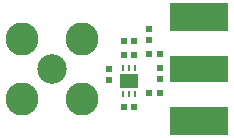
<source format=gts>
G04 #@! TF.FileFunction,Soldermask,Top*
%FSLAX46Y46*%
G04 Gerber Fmt 4.6, Leading zero omitted, Abs format (unit mm)*
G04 Created by KiCad (PCBNEW 4.1.0-alpha+201605071002+6776~44~ubuntu14.04.1-product) date Sun 29 May 2016 22:44:38 BST*
%MOMM*%
%LPD*%
G01*
G04 APERTURE LIST*
%ADD10C,0.100000*%
%ADD11R,0.620000X0.620000*%
%ADD12R,0.280000X0.500000*%
%ADD13R,1.502000X1.282000*%
%ADD14C,2.500000*%
%ADD15C,2.800000*%
%ADD16R,5.000000X2.300000*%
%ADD17R,5.000000X2.400000*%
G04 APERTURE END LIST*
D10*
D11*
X136050000Y-97650000D03*
X136950000Y-97650000D03*
X136050000Y-98850000D03*
X136950000Y-98850000D03*
X138200000Y-102050000D03*
X139100000Y-102050000D03*
D12*
X137040000Y-99960000D03*
X136500000Y-99960000D03*
X135960000Y-99960000D03*
X135960000Y-102140000D03*
X136500000Y-102140000D03*
X137040000Y-102140000D03*
D13*
X136500000Y-101050000D03*
D11*
X134800000Y-100050000D03*
X134800000Y-100950000D03*
X136050000Y-103250000D03*
X136950000Y-103250000D03*
X138200000Y-96650000D03*
X138200000Y-97550000D03*
X138200000Y-98750000D03*
X139100000Y-98750000D03*
X139100000Y-99950000D03*
X139100000Y-100850000D03*
D14*
X130000000Y-100000000D03*
D15*
X132540000Y-102540000D03*
X132540000Y-97460000D03*
X127460000Y-102540000D03*
X127460000Y-97460000D03*
D16*
X142450000Y-100000000D03*
D17*
X142450000Y-95625000D03*
X142450000Y-104375000D03*
M02*

</source>
